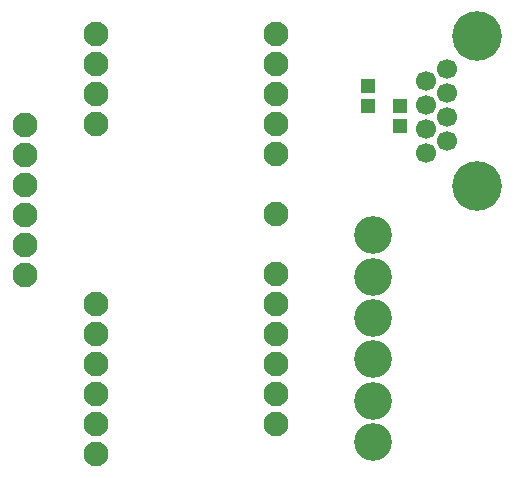
<source format=gbr>
G04 DipTrace 3.0.0.2*
G04 BottomMask.gbr*
%MOIN*%
G04 #@! TF.FileFunction,Soldermask,Bot*
G04 #@! TF.Part,Single*
%ADD23C,0.066929*%
%ADD25C,0.125984*%
%ADD27C,0.165354*%
%ADD29C,0.082677*%
%ADD30R,0.047244X0.051181*%
%FSLAX26Y26*%
G04*
G70*
G90*
G75*
G01*
G04 BotMask*
%LPD*%
D30*
X1143870Y429436D3*
Y362507D3*
D29*
X236220Y601436D3*
Y501436D3*
Y401436D3*
Y301436D3*
Y-298564D3*
Y-398564D3*
Y-498564D3*
Y-598564D3*
Y-698564D3*
Y-798564D3*
D27*
X1507320Y95133D3*
D29*
X836220Y-698564D3*
Y-598564D3*
Y-498564D3*
Y-398564D3*
Y-298564D3*
Y-198564D3*
Y1436D3*
X836283Y201436D3*
Y301404D3*
X836220Y401436D3*
Y501436D3*
Y601436D3*
D25*
X1161046Y-68508D3*
Y-206303D3*
D29*
X0Y300000D3*
Y200000D3*
Y100000D3*
Y0D3*
Y-100000D3*
D25*
X1161046Y-344098D3*
Y-481894D3*
Y-619689D3*
Y-757484D3*
D27*
X1507320Y595133D3*
D23*
X1407320Y245133D3*
Y325448D3*
Y405762D3*
Y486077D3*
X1337241Y285448D3*
Y365762D3*
Y205133D3*
Y445920D3*
D30*
X1252619Y295577D3*
Y362507D3*
D29*
X0Y-200000D3*
M02*

</source>
